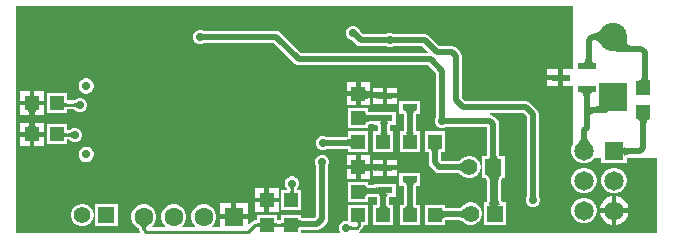
<source format=gbr>
G04*
G04 #@! TF.GenerationSoftware,Altium Limited,Altium Designer,24.2.2 (26)*
G04*
G04 Layer_Physical_Order=2*
G04 Layer_Color=16711680*
%FSLAX44Y44*%
%MOMM*%
G71*
G04*
G04 #@! TF.SameCoordinates,200C4C84-4450-49E8-9A81-A87B66CA8C1A*
G04*
G04*
G04 #@! TF.FilePolarity,Positive*
G04*
G01*
G75*
%ADD12C,0.2000*%
%ADD14C,0.2500*%
%ADD19R,1.2000X1.2000*%
%ADD22R,1.2000X1.2000*%
%ADD33R,1.3000X0.6000*%
%ADD60C,0.5000*%
%ADD62C,0.7000*%
%ADD63C,0.7000*%
%ADD64C,1.6500*%
%ADD65R,1.6500X1.6500*%
%ADD66R,1.3970X1.3970*%
%ADD67C,1.3970*%
%ADD68C,2.4000*%
%ADD69R,2.4000X2.4000*%
%ADD70C,1.6000*%
%ADD71R,1.6000X1.6000*%
%ADD72C,1.0000*%
%ADD73R,1.6000X0.6000*%
G36*
X499547Y163147D02*
X498874Y164009D01*
X498166Y164779D01*
X497422Y165459D01*
X496644Y166048D01*
X495831Y166547D01*
X494983Y166955D01*
X494100Y167272D01*
X493183Y167499D01*
X492230Y167635D01*
X491242Y167680D01*
Y172680D01*
X492230Y172725D01*
X493183Y172861D01*
X494100Y173088D01*
X494983Y173405D01*
X495831Y173813D01*
X496644Y174312D01*
X497422Y174901D01*
X498166Y175581D01*
X498874Y176352D01*
X499547Y177213D01*
Y163147D01*
D02*
G37*
G36*
X520780Y166468D02*
X520760Y165639D01*
X520882Y164908D01*
X521146Y164275D01*
X521552Y163738D01*
X522099Y163300D01*
X522788Y162959D01*
X523619Y162715D01*
X524592Y162569D01*
X525707Y162520D01*
X522855Y157520D01*
X509409Y158181D01*
X520942Y167394D01*
X520780Y166468D01*
D02*
G37*
G36*
X490838Y151896D02*
X490913Y151040D01*
X491038Y150286D01*
X491213Y149632D01*
X491438Y149079D01*
X491713Y148626D01*
X492038Y148274D01*
X492413Y148022D01*
X492838Y147871D01*
X493313Y147821D01*
X483313D01*
X483788Y147871D01*
X484213Y148022D01*
X484588Y148274D01*
X484913Y148626D01*
X485188Y149079D01*
X485413Y149632D01*
X485588Y150286D01*
X485713Y151040D01*
X485788Y151896D01*
X485813Y152851D01*
X490813D01*
X490838Y151896D01*
D02*
G37*
G36*
X538462Y136969D02*
X538528Y136119D01*
X538638Y135370D01*
X538792Y134719D01*
X538990Y134170D01*
X539232Y133720D01*
X539518Y133370D01*
X539848Y133119D01*
X540222Y132970D01*
X540639Y132920D01*
X530940Y132889D01*
X531415Y132941D01*
X531840Y133093D01*
X532215Y133345D01*
X532540Y133698D01*
X532815Y134151D01*
X533040Y134704D01*
X533215Y135357D01*
X533340Y136111D01*
X533415Y136965D01*
X533440Y137920D01*
X538440D01*
X538462Y136969D01*
D02*
G37*
G36*
X491267Y122893D02*
X490842Y122742D01*
X490467Y122490D01*
X490142Y122138D01*
X489867Y121685D01*
X489642Y121132D01*
X489467Y120478D01*
X489342Y119724D01*
X489267Y118868D01*
X489242Y117913D01*
X484242D01*
X484217Y118868D01*
X484142Y119724D01*
X484017Y120478D01*
X483842Y121132D01*
X483617Y121685D01*
X483342Y122138D01*
X483017Y122490D01*
X482642Y122742D01*
X482217Y122893D01*
X481742Y122943D01*
X491742D01*
X491267Y122893D01*
D02*
G37*
G36*
X497300Y107410D02*
X493312Y106110D01*
X494300Y105780D01*
X493350Y105730D01*
X492500Y105580D01*
X491750Y105330D01*
X491101Y104980D01*
X490550Y104530D01*
X490101Y103980D01*
X489751Y103330D01*
X489501Y102580D01*
X489351Y101730D01*
X489300Y100780D01*
X486800Y108280D01*
X492300Y106447D01*
Y110780D01*
X493254Y110805D01*
X494107Y110880D01*
X494861Y111005D01*
X495514Y111180D01*
X496067Y111405D01*
X496520Y111680D01*
X496873Y112005D01*
X497126Y112380D01*
X497278Y112805D01*
X497331Y113280D01*
X497300Y107410D01*
D02*
G37*
G36*
X539195Y99930D02*
X538770Y99781D01*
X538395Y99530D01*
X538070Y99180D01*
X537795Y98730D01*
X537570Y98181D01*
X537395Y97530D01*
X537270Y96781D01*
X537195Y95931D01*
X537170Y94980D01*
X532170D01*
X532145Y95931D01*
X532070Y96781D01*
X531945Y97530D01*
X531770Y98181D01*
X531545Y98730D01*
X531270Y99180D01*
X530945Y99530D01*
X530570Y99781D01*
X530145Y99930D01*
X529670Y99980D01*
X539670D01*
X539195Y99930D01*
D02*
G37*
G36*
X487043Y85735D02*
X487141Y85008D01*
X487305Y84291D01*
X487534Y83584D01*
X487829Y82887D01*
X488189Y82200D01*
X488615Y81523D01*
X489106Y80856D01*
X489663Y80199D01*
X490285Y79552D01*
X478735D01*
X479357Y80199D01*
X479914Y80856D01*
X480405Y81523D01*
X480831Y82200D01*
X481191Y82887D01*
X481486Y83584D01*
X481715Y84291D01*
X481879Y85008D01*
X481977Y85735D01*
X482010Y86472D01*
X487010D01*
X487043Y85735D01*
D02*
G37*
G36*
X518149Y77423D02*
X518300Y76998D01*
X518552Y76623D01*
X518904Y76298D01*
X519357Y76023D01*
X519910Y75798D01*
X520564Y75623D01*
X521319Y75498D01*
X522174Y75423D01*
X523130Y75398D01*
Y70398D01*
X522174Y70373D01*
X521319Y70298D01*
X520564Y70173D01*
X519910Y69998D01*
X519357Y69773D01*
X518904Y69498D01*
X518552Y69173D01*
X518300Y68798D01*
X518149Y68373D01*
X518099Y67898D01*
Y77898D01*
X518149Y77423D01*
D02*
G37*
G36*
X296395Y13086D02*
X296182Y13010D01*
X295994Y12883D01*
X295832Y12706D01*
X295695Y12478D01*
X295582Y12200D01*
X295494Y11871D01*
X295432Y11492D01*
X295394Y11061D01*
X295382Y10581D01*
X292882D01*
X292869Y11061D01*
X292832Y11492D01*
X292770Y11871D01*
X292682Y12200D01*
X292570Y12478D01*
X292432Y12706D01*
X292269Y12883D01*
X292082Y13010D01*
X291870Y13086D01*
X291632Y13111D01*
X296632D01*
X296395Y13086D01*
D02*
G37*
G36*
X230281Y8336D02*
X230256Y8573D01*
X230180Y8786D01*
X230053Y8974D01*
X229876Y9136D01*
X229648Y9273D01*
X229370Y9386D01*
X229041Y9474D01*
X228661Y9536D01*
X228231Y9574D01*
X227750Y9586D01*
Y12086D01*
X228231Y12098D01*
X228661Y12136D01*
X229041Y12198D01*
X229370Y12286D01*
X229648Y12399D01*
X229876Y12536D01*
X230053Y12699D01*
X230180Y12886D01*
X230256Y13098D01*
X230281Y13336D01*
Y8336D01*
D02*
G37*
G36*
X221864Y13098D02*
X221940Y12886D01*
X222067Y12699D01*
X222244Y12536D01*
X222472Y12399D01*
X222750Y12286D01*
X223079Y12198D01*
X223458Y12136D01*
X223889Y12098D01*
X224370Y12086D01*
Y9586D01*
X223889Y9574D01*
X223458Y9536D01*
X223079Y9474D01*
X222750Y9386D01*
X222472Y9273D01*
X222244Y9136D01*
X222067Y8974D01*
X221940Y8786D01*
X221864Y8573D01*
X221839Y8336D01*
Y13336D01*
X221864Y13098D01*
D02*
G37*
G36*
X209961Y8336D02*
X209936Y8573D01*
X209860Y8786D01*
X209733Y8974D01*
X209556Y9136D01*
X209328Y9273D01*
X209050Y9386D01*
X208721Y9474D01*
X208342Y9536D01*
X207911Y9574D01*
X207430Y9586D01*
Y12086D01*
X207911Y12098D01*
X208342Y12136D01*
X208721Y12198D01*
X209050Y12286D01*
X209328Y12399D01*
X209556Y12536D01*
X209733Y12699D01*
X209860Y12886D01*
X209936Y13098D01*
X209961Y13336D01*
Y8336D01*
D02*
G37*
G36*
X242239Y16197D02*
X242390Y15775D01*
X242640Y15402D01*
X242990Y15079D01*
X243440Y14805D01*
X243990Y14582D01*
X244639Y14408D01*
X245389Y14283D01*
X246239Y14209D01*
X247190Y14184D01*
Y9184D01*
X246235Y9159D01*
X245381Y9084D01*
X244627Y8959D01*
X243974Y8784D01*
X243421Y8559D01*
X242968Y8284D01*
X242615Y7959D01*
X242363Y7584D01*
X242211Y7159D01*
X242159Y6684D01*
X242190Y16669D01*
X242239Y16197D01*
D02*
G37*
G36*
X115055Y10187D02*
X114626Y9873D01*
X114247Y9529D01*
X113919Y9155D01*
X113641Y8751D01*
X113414Y8318D01*
X113237Y7856D01*
X113111Y7364D01*
X113035Y6842D01*
X113010Y6291D01*
X110510D01*
X110485Y6842D01*
X110409Y7364D01*
X110283Y7856D01*
X110106Y8318D01*
X109879Y8751D01*
X109601Y9155D01*
X109273Y9529D01*
X108894Y9873D01*
X108465Y10187D01*
X107985Y10473D01*
X115535D01*
X115055Y10187D01*
D02*
G37*
G36*
X285442Y10350D02*
X285693Y10146D01*
X285954Y9966D01*
X286225Y9810D01*
X286507Y9678D01*
X286799Y9570D01*
X287102Y9486D01*
X287414Y9426D01*
X287738Y9390D01*
X288071Y9378D01*
Y6878D01*
X287738Y6866D01*
X287414Y6830D01*
X287102Y6770D01*
X286799Y6686D01*
X286507Y6578D01*
X286225Y6446D01*
X285954Y6290D01*
X285693Y6110D01*
X285442Y5906D01*
X285201Y5678D01*
Y10578D01*
X285442Y10350D01*
D02*
G37*
G36*
X475234Y142382D02*
X466742D01*
Y135382D01*
Y128382D01*
X475234D01*
Y79093D01*
X474493Y77809D01*
X473760Y75075D01*
Y72245D01*
X474493Y69511D01*
X475234Y68226D01*
Y67310D01*
X475763D01*
X475908Y67059D01*
X477909Y65058D01*
X480361Y63643D01*
X483095Y62910D01*
X485925D01*
X488659Y63643D01*
X491111Y65058D01*
X493112Y67059D01*
X493257Y67310D01*
X499160D01*
Y62910D01*
X520660D01*
Y67310D01*
X546464D01*
Y3569D01*
X294118D01*
X293732Y4839D01*
X294609Y5424D01*
X296836Y7651D01*
X297664Y8891D01*
X297955Y10354D01*
Y10550D01*
X301870D01*
Y27550D01*
X284870D01*
Y14779D01*
X283895Y14128D01*
X281509D01*
X279303Y13215D01*
X277615Y11527D01*
X276702Y9322D01*
Y6934D01*
X277570Y4839D01*
X277117Y3569D01*
X244720D01*
Y6336D01*
X244787Y6363D01*
X245167Y6465D01*
X245701Y6553D01*
X246073Y6586D01*
X258691D01*
X260642Y6974D01*
X262296Y8079D01*
X266495Y12278D01*
X267600Y13932D01*
X267988Y15883D01*
Y60637D01*
X268890Y62814D01*
Y65202D01*
X267977Y67407D01*
X266289Y69095D01*
X264083Y70008D01*
X261696D01*
X259491Y69095D01*
X257803Y67407D01*
X256890Y65202D01*
Y62814D01*
X257792Y60637D01*
Y17995D01*
X256579Y16782D01*
X246076D01*
X245710Y16814D01*
X245179Y16902D01*
X244802Y17003D01*
X244720Y17036D01*
Y19200D01*
X242289D01*
X242197Y19218D01*
X242103Y19200D01*
X241968D01*
X241921Y19204D01*
X241907Y19200D01*
X227720D01*
Y14659D01*
X224400D01*
Y19336D01*
X207400D01*
Y14659D01*
X205654D01*
X204191Y14368D01*
X202950Y13540D01*
X201133Y11723D01*
X199960Y12208D01*
Y15526D01*
X187960D01*
X175960D01*
Y8649D01*
X170329D01*
X169803Y9919D01*
X170962Y11079D01*
X172344Y13473D01*
X173060Y16144D01*
Y18908D01*
X172344Y21579D01*
X170962Y23973D01*
X169007Y25928D01*
X166613Y27310D01*
X163942Y28026D01*
X161178D01*
X158507Y27310D01*
X156113Y25928D01*
X154158Y23973D01*
X152776Y21579D01*
X152060Y18908D01*
Y16144D01*
X152776Y13473D01*
X154158Y11079D01*
X155317Y9919D01*
X154791Y8649D01*
X144929D01*
X144403Y9919D01*
X145562Y11079D01*
X146944Y13473D01*
X147660Y16144D01*
Y18908D01*
X146944Y21579D01*
X145562Y23973D01*
X143607Y25928D01*
X141213Y27310D01*
X138542Y28026D01*
X135778D01*
X133107Y27310D01*
X130713Y25928D01*
X128758Y23973D01*
X127376Y21579D01*
X126660Y18908D01*
Y16144D01*
X127376Y13473D01*
X128758Y11079D01*
X129917Y9919D01*
X129391Y8649D01*
X119529D01*
X119003Y9919D01*
X120162Y11079D01*
X121544Y13473D01*
X122260Y16144D01*
Y18908D01*
X121544Y21579D01*
X120162Y23973D01*
X118207Y25928D01*
X115813Y27310D01*
X113142Y28026D01*
X110378D01*
X107707Y27310D01*
X105313Y25928D01*
X103358Y23973D01*
X101976Y21579D01*
X101260Y18908D01*
Y16144D01*
X101976Y13473D01*
X103358Y11079D01*
X105313Y9124D01*
X106523Y8425D01*
X106683Y8281D01*
X107057Y8059D01*
X107279Y7897D01*
X107452Y7739D01*
X107587Y7586D01*
X107693Y7432D01*
X107779Y7268D01*
X107850Y7082D01*
X107906Y6863D01*
X107936Y6652D01*
Y6291D01*
X108228Y4827D01*
X107541Y3569D01*
X3569D01*
Y196431D01*
X475234D01*
Y142382D01*
D02*
G37*
%LPC*%
G36*
X289991Y178974D02*
X287605D01*
X285399Y178061D01*
X283711Y176373D01*
X282798Y174167D01*
Y171780D01*
X283711Y169575D01*
X285399Y167887D01*
X287605Y166974D01*
X288130D01*
X291830Y163273D01*
X293484Y162168D01*
X295435Y161780D01*
X316415D01*
X318592Y160878D01*
X320979D01*
X323157Y161780D01*
X347646D01*
X352279Y157147D01*
X351793Y155974D01*
X245190D01*
X227633Y173531D01*
X225979Y174636D01*
X224028Y175024D01*
X162883D01*
X160706Y175926D01*
X158319D01*
X156113Y175013D01*
X154425Y173325D01*
X153512Y171119D01*
Y168732D01*
X154425Y166527D01*
X156113Y164839D01*
X158319Y163926D01*
X160706D01*
X162883Y164828D01*
X221916D01*
X239473Y147271D01*
X241127Y146166D01*
X243078Y145778D01*
X352472D01*
X359138Y139112D01*
Y102177D01*
X358236Y100000D01*
Y97612D01*
X359149Y95407D01*
X360837Y93719D01*
X363042Y92806D01*
X365429D01*
X367607Y93708D01*
X402572D01*
Y70527D01*
X402539Y70154D01*
X402451Y69618D01*
X402349Y69238D01*
X402323Y69175D01*
X398185D01*
Y50205D01*
X401024D01*
X401038Y50201D01*
X401405Y50162D01*
X401416Y50158D01*
X401426Y50151D01*
X401503Y50068D01*
X401648Y49831D01*
X401825Y49398D01*
X401996Y48763D01*
X402135Y47934D01*
X402188Y47334D01*
Y32467D01*
X402155Y32015D01*
X402038Y31145D01*
X401891Y30465D01*
X401735Y29991D01*
X401643Y29805D01*
X399455D01*
Y27372D01*
X399436Y27280D01*
X399455Y27186D01*
Y10835D01*
X418425D01*
Y29805D01*
X415331D01*
X415213Y29818D01*
X415201Y29822D01*
X415189Y29830D01*
X415110Y29915D01*
X414964Y30156D01*
X414786Y30593D01*
X414614Y31233D01*
X414476Y32067D01*
X414422Y32670D01*
Y47543D01*
X414455Y47995D01*
X414571Y48865D01*
X414719Y49545D01*
X414875Y50019D01*
X414967Y50205D01*
X417155D01*
Y52642D01*
X417174Y52736D01*
X417155Y52828D01*
Y69175D01*
X413017D01*
X412991Y69238D01*
X412889Y69618D01*
X412801Y70154D01*
X412768Y70527D01*
Y95877D01*
X412380Y97828D01*
X411275Y99482D01*
X408346Y102411D01*
X406692Y103516D01*
X404922Y103868D01*
X405047Y105138D01*
X433327D01*
X435846Y102619D01*
Y35121D01*
X434944Y32943D01*
Y30556D01*
X435857Y28351D01*
X437545Y26663D01*
X439751Y25750D01*
X442137D01*
X444343Y26663D01*
X446031Y28351D01*
X446944Y30556D01*
Y32943D01*
X446042Y35121D01*
Y104731D01*
X445654Y106682D01*
X444549Y108336D01*
X439044Y113841D01*
X437390Y114946D01*
X435439Y115334D01*
X383874D01*
X381018Y118190D01*
Y153789D01*
X380630Y155740D01*
X379525Y157394D01*
X376596Y160323D01*
X374942Y161428D01*
X372991Y161816D01*
X362030D01*
X353363Y170483D01*
X351709Y171588D01*
X349758Y171976D01*
X323157D01*
X320979Y172878D01*
X318592D01*
X316415Y171976D01*
X297547D01*
X294404Y175119D01*
X293885Y176373D01*
X292197Y178061D01*
X289991Y178974D01*
D02*
G37*
G36*
X462742Y142382D02*
X452742D01*
Y137382D01*
X462742D01*
Y142382D01*
D02*
G37*
G36*
Y133382D02*
X452742D01*
Y128382D01*
X462742D01*
Y133382D01*
D02*
G37*
G36*
X303370Y131870D02*
X295370D01*
Y123870D01*
X299314D01*
X299309Y125490D01*
X299361Y125015D01*
X299513Y124590D01*
X299765Y124215D01*
X300118Y123890D01*
X300151Y123870D01*
X303370D01*
Y131870D01*
D02*
G37*
G36*
X291370D02*
X283370D01*
Y123870D01*
X291370D01*
Y131870D01*
D02*
G37*
G36*
X326390Y126990D02*
X317890D01*
Y121990D01*
X326390D01*
Y126990D01*
D02*
G37*
G36*
X313890D02*
X305390D01*
Y122984D01*
X309421Y122959D01*
Y121990D01*
X313890D01*
Y126990D01*
D02*
G37*
G36*
X63866Y134660D02*
X62154D01*
X60501Y134217D01*
X59019Y133361D01*
X57809Y132151D01*
X56953Y130669D01*
X56510Y129016D01*
Y127304D01*
X56953Y125651D01*
X57809Y124169D01*
X59019Y122959D01*
X60501Y122103D01*
X62154Y121660D01*
X63866D01*
X65519Y122103D01*
X67001Y122959D01*
X68211Y124169D01*
X69067Y125651D01*
X69510Y127304D01*
Y129016D01*
X69067Y130669D01*
X68211Y132151D01*
X67001Y133361D01*
X65519Y134217D01*
X63866Y134660D01*
D02*
G37*
G36*
X313890Y117990D02*
X309421D01*
Y117021D01*
X309370Y117205D01*
X309221Y117369D01*
X308971Y117515D01*
X308620Y117641D01*
X308171Y117748D01*
X307621Y117835D01*
X306971Y117903D01*
X305390Y117979D01*
Y112990D01*
X313890D01*
Y117990D01*
D02*
G37*
G36*
X27050Y123970D02*
X19050D01*
Y115970D01*
X27050D01*
Y123970D01*
D02*
G37*
G36*
X15050D02*
X7050D01*
Y115970D01*
X15050D01*
Y123970D01*
D02*
G37*
G36*
X326390Y117990D02*
X317890D01*
Y112990D01*
X326390D01*
Y117990D01*
D02*
G37*
G36*
X299327Y119870D02*
X295370D01*
Y111870D01*
X303370D01*
Y117967D01*
X301789Y117802D01*
X301140Y117656D01*
X300590Y117468D01*
X300140Y117238D01*
X299790Y116966D01*
X299540Y116653D01*
X299389Y116298D01*
X299340Y115900D01*
X299327Y119870D01*
D02*
G37*
G36*
X291370D02*
X283370D01*
Y111870D01*
X291370D01*
Y119870D01*
D02*
G37*
G36*
X46550Y122470D02*
X29550D01*
Y105470D01*
X46550D01*
Y108445D01*
X52581D01*
X52676Y108426D01*
X52776Y108398D01*
X52869Y108364D01*
X52957Y108323D01*
X53046Y108272D01*
X53137Y108209D01*
X53234Y108130D01*
X53404Y107969D01*
X53588Y107853D01*
X54259Y107181D01*
X56465Y106268D01*
X58851D01*
X61057Y107181D01*
X62745Y108869D01*
X63658Y111074D01*
Y113462D01*
X62745Y115667D01*
X61057Y117355D01*
X58851Y118268D01*
X56465D01*
X54259Y117355D01*
X53588Y116683D01*
X53404Y116567D01*
X53234Y116406D01*
X53137Y116327D01*
X53046Y116264D01*
X52957Y116213D01*
X52869Y116172D01*
X52776Y116138D01*
X52676Y116110D01*
X52581Y116091D01*
X46550D01*
Y122470D01*
D02*
G37*
G36*
X27050Y111970D02*
X19050D01*
Y108031D01*
X22050D01*
X21575Y107981D01*
X21150Y107830D01*
X20775Y107578D01*
X20450Y107226D01*
X20175Y106773D01*
X19950Y106220D01*
X19775Y105566D01*
X19650Y104811D01*
X19576Y103970D01*
X27050D01*
Y111970D01*
D02*
G37*
G36*
X15050D02*
X7050D01*
Y103970D01*
X14524D01*
X14450Y104811D01*
X14325Y105566D01*
X14150Y106220D01*
X13925Y106773D01*
X13650Y107226D01*
X13325Y107578D01*
X12950Y107830D01*
X12525Y107981D01*
X12050Y108031D01*
X15050D01*
Y111970D01*
D02*
G37*
G36*
X27050Y97300D02*
X19576D01*
X19650Y96459D01*
X19775Y95704D01*
X19950Y95050D01*
X20175Y94497D01*
X20450Y94044D01*
X20775Y93692D01*
X21150Y93440D01*
X21575Y93289D01*
X22050Y93239D01*
X19050D01*
Y89300D01*
X27050D01*
Y97300D01*
D02*
G37*
G36*
X14524D02*
X7050D01*
Y89300D01*
X15050D01*
Y93239D01*
X12050D01*
X12525Y93289D01*
X12950Y93440D01*
X13325Y93692D01*
X13650Y94044D01*
X13925Y94497D01*
X14150Y95050D01*
X14325Y95704D01*
X14450Y96459D01*
X14524Y97300D01*
D02*
G37*
G36*
X301870Y89780D02*
X284870D01*
Y85739D01*
X284807Y85714D01*
X284427Y85612D01*
X283891Y85523D01*
X283519Y85491D01*
X265591D01*
X264338Y86010D01*
X261950D01*
X259745Y85097D01*
X258057Y83409D01*
X257144Y81203D01*
Y78816D01*
X258057Y76611D01*
X259745Y74923D01*
X261950Y74010D01*
X264338D01*
X266543Y74923D01*
X266914Y75295D01*
X283519D01*
X283891Y75262D01*
X284427Y75173D01*
X284807Y75072D01*
X284870Y75046D01*
Y72780D01*
X301870D01*
Y89780D01*
D02*
G37*
G36*
X46550Y95800D02*
X29550D01*
Y78800D01*
X46550D01*
Y83045D01*
X48009D01*
X48104Y83026D01*
X48204Y82998D01*
X48297Y82964D01*
X48385Y82923D01*
X48474Y82872D01*
X48565Y82809D01*
X48662Y82730D01*
X48832Y82569D01*
X49016Y82453D01*
X49687Y81781D01*
X51892Y80868D01*
X54279D01*
X56485Y81781D01*
X58173Y83469D01*
X59086Y85674D01*
Y88062D01*
X58173Y90267D01*
X56485Y91955D01*
X54279Y92868D01*
X51892D01*
X49687Y91955D01*
X49016Y91283D01*
X48832Y91167D01*
X48662Y91006D01*
X48565Y90927D01*
X48474Y90864D01*
X48385Y90813D01*
X48297Y90772D01*
X48204Y90738D01*
X48104Y90710D01*
X48009Y90691D01*
X46550D01*
Y95800D01*
D02*
G37*
G36*
X27050Y85300D02*
X19050D01*
Y77300D01*
X27050D01*
Y85300D01*
D02*
G37*
G36*
X15050D02*
X7050D01*
Y77300D01*
X15050D01*
Y85300D01*
D02*
G37*
G36*
X345890Y115990D02*
X327890D01*
Y104990D01*
X331643D01*
X331669Y104927D01*
X331771Y104547D01*
X331859Y104011D01*
X331892Y103638D01*
Y91131D01*
X331859Y90759D01*
X331771Y90223D01*
X331669Y89843D01*
X331643Y89780D01*
X328590D01*
Y72780D01*
X345590D01*
Y89780D01*
X342337D01*
X342311Y89843D01*
X342209Y90223D01*
X342121Y90759D01*
X342088Y91131D01*
Y103638D01*
X342121Y104011D01*
X342209Y104547D01*
X342311Y104927D01*
X342337Y104990D01*
X345890D01*
Y115990D01*
D02*
G37*
G36*
X301870Y109370D02*
X284870D01*
Y92370D01*
X301870D01*
Y95583D01*
X301933Y95609D01*
X302313Y95711D01*
X302849Y95799D01*
X303221Y95832D01*
X306890D01*
Y95490D01*
X309328D01*
X309421Y95471D01*
X310008Y94410D01*
X310032Y94138D01*
Y91131D01*
X309999Y90759D01*
X309911Y90223D01*
X309809Y89843D01*
X309783Y89780D01*
X305870D01*
Y72780D01*
X322870D01*
Y89780D01*
X320477D01*
X320451Y89843D01*
X320349Y90223D01*
X320261Y90759D01*
X320228Y91131D01*
Y94138D01*
X320261Y94511D01*
X320349Y95047D01*
X320451Y95427D01*
X320477Y95490D01*
X324890D01*
Y106490D01*
X309641D01*
X309595Y106503D01*
X309508Y106491D01*
X309421Y106509D01*
X309328Y106490D01*
X306890D01*
Y106098D01*
X305900Y106028D01*
X303221D01*
X302849Y106061D01*
X302313Y106149D01*
X301933Y106251D01*
X301870Y106277D01*
Y109370D01*
D02*
G37*
G36*
X63866Y76860D02*
X62154D01*
X60501Y76417D01*
X59019Y75561D01*
X57809Y74351D01*
X56953Y72869D01*
X56510Y71216D01*
Y69504D01*
X56953Y67851D01*
X57809Y66369D01*
X59019Y65159D01*
X60501Y64303D01*
X62154Y63860D01*
X63866D01*
X65519Y64303D01*
X67001Y65159D01*
X68211Y66369D01*
X69067Y67851D01*
X69510Y69504D01*
Y71216D01*
X69067Y72869D01*
X68211Y74351D01*
X67001Y75561D01*
X65519Y76417D01*
X63866Y76860D01*
D02*
G37*
G36*
X303370Y69640D02*
X295370D01*
Y61640D01*
X299309D01*
Y64335D01*
X299359Y63860D01*
X299510Y63435D01*
X299762Y63060D01*
X300114Y62735D01*
X300567Y62460D01*
X301120Y62235D01*
X301774Y62060D01*
X302528Y61935D01*
X303370Y61861D01*
Y69640D01*
D02*
G37*
G36*
X291370D02*
X283370D01*
Y61640D01*
X291370D01*
Y69640D01*
D02*
G37*
G36*
X326390Y66030D02*
X317890D01*
Y61030D01*
X326390D01*
Y66030D01*
D02*
G37*
G36*
X313890D02*
X305390D01*
Y61867D01*
X309421Y62000D01*
Y61030D01*
X313890D01*
Y66030D01*
D02*
G37*
G36*
Y57030D02*
X309421D01*
Y56061D01*
X309370Y56208D01*
X309221Y56339D01*
X308971Y56455D01*
X308620Y56556D01*
X308171Y56641D01*
X307621Y56711D01*
X306220Y56804D01*
X305390Y56818D01*
Y52030D01*
X313890D01*
Y57030D01*
D02*
G37*
G36*
X326390D02*
X317890D01*
Y52030D01*
X326390D01*
Y57030D01*
D02*
G37*
G36*
X366590Y89780D02*
X349590D01*
Y72780D01*
X352743D01*
X352769Y72717D01*
X352871Y72337D01*
X352959Y71801D01*
X352992Y71428D01*
Y63550D01*
X353380Y61599D01*
X354485Y59945D01*
X358345Y56085D01*
X359999Y54980D01*
X361950Y54592D01*
X377388D01*
X377568Y54572D01*
X377992Y54491D01*
X378394Y54380D01*
X378776Y54238D01*
X379145Y54066D01*
X379503Y53860D01*
X379854Y53619D01*
X380200Y53338D01*
X380608Y52951D01*
X380790Y52836D01*
X381526Y52100D01*
X383689Y50851D01*
X386101Y50205D01*
X388599D01*
X391011Y50851D01*
X393174Y52100D01*
X394940Y53866D01*
X396189Y56029D01*
X396835Y58441D01*
Y60939D01*
X396189Y63351D01*
X394940Y65514D01*
X393174Y67280D01*
X391011Y68529D01*
X388599Y69175D01*
X386101D01*
X383689Y68529D01*
X381526Y67280D01*
X380790Y66544D01*
X380608Y66429D01*
X380200Y66042D01*
X379854Y65761D01*
X379503Y65520D01*
X379145Y65314D01*
X378776Y65142D01*
X378394Y65001D01*
X377992Y64889D01*
X377568Y64808D01*
X377388Y64788D01*
X364062D01*
X363188Y65662D01*
Y71428D01*
X363221Y71801D01*
X363309Y72337D01*
X363411Y72717D01*
X363437Y72780D01*
X366590D01*
Y89780D01*
D02*
G37*
G36*
X299309Y57640D02*
X295370D01*
Y49640D01*
X303370D01*
Y56809D01*
X302528Y56735D01*
X301774Y56610D01*
X301120Y56435D01*
X300567Y56210D01*
X300114Y55935D01*
X299762Y55610D01*
X299510Y55235D01*
X299359Y54810D01*
X299309Y54335D01*
Y57640D01*
D02*
G37*
G36*
X291370D02*
X283370D01*
Y49640D01*
X291370D01*
Y57640D01*
D02*
G37*
G36*
X511325Y59010D02*
X508495D01*
X505761Y58277D01*
X503309Y56862D01*
X501308Y54861D01*
X499893Y52409D01*
X499160Y49675D01*
Y46845D01*
X499893Y44111D01*
X501308Y41659D01*
X503309Y39658D01*
X505761Y38243D01*
X508495Y37510D01*
X511325D01*
X514059Y38243D01*
X516511Y39658D01*
X518512Y41659D01*
X519927Y44111D01*
X520660Y46845D01*
Y49675D01*
X519927Y52409D01*
X518512Y54861D01*
X516511Y56862D01*
X514059Y58277D01*
X511325Y59010D01*
D02*
G37*
G36*
X485925D02*
X483095D01*
X480361Y58277D01*
X477909Y56862D01*
X475908Y54861D01*
X474493Y52409D01*
X473760Y49675D01*
Y46845D01*
X474493Y44111D01*
X475908Y41659D01*
X477909Y39658D01*
X480361Y38243D01*
X483095Y37510D01*
X485925D01*
X488659Y38243D01*
X491111Y39658D01*
X493112Y41659D01*
X494527Y44111D01*
X495260Y46845D01*
Y49675D01*
X494527Y52409D01*
X493112Y54861D01*
X491111Y56862D01*
X488659Y58277D01*
X485925Y59010D01*
D02*
G37*
G36*
X225900Y41836D02*
X217900D01*
Y33836D01*
X225900D01*
Y41836D01*
D02*
G37*
G36*
X213900D02*
X205900D01*
Y33836D01*
X213900D01*
Y41836D01*
D02*
G37*
G36*
X511910Y35006D02*
Y24860D01*
X522056D01*
X521325Y27588D01*
X519712Y30382D01*
X517432Y32662D01*
X514638Y34275D01*
X511910Y35006D01*
D02*
G37*
G36*
X507910D02*
X505182Y34275D01*
X502388Y32662D01*
X500108Y30382D01*
X498495Y27588D01*
X497764Y24860D01*
X507910D01*
Y35006D01*
D02*
G37*
G36*
X389869Y29805D02*
X387371D01*
X384959Y29159D01*
X382796Y27910D01*
X381352Y26466D01*
X381301Y26427D01*
X381204Y26317D01*
X381030Y26144D01*
X380993Y26080D01*
X380943Y26024D01*
X380650Y25745D01*
X380350Y25508D01*
X380040Y25307D01*
X379717Y25138D01*
X379375Y24999D01*
X379007Y24888D01*
X378607Y24806D01*
X378417Y24783D01*
X367942D01*
X367569Y24816D01*
X367033Y24904D01*
X366653Y25006D01*
X366590Y25032D01*
Y27550D01*
X349590D01*
Y10550D01*
X366590D01*
Y14338D01*
X366653Y14364D01*
X367033Y14466D01*
X367569Y14554D01*
X367942Y14587D01*
X378983D01*
X379143Y14571D01*
X379592Y14493D01*
X380026Y14384D01*
X380447Y14246D01*
X380858Y14076D01*
X381261Y13874D01*
X381660Y13638D01*
X382054Y13365D01*
X382510Y13003D01*
X382538Y12988D01*
X382796Y12730D01*
X384959Y11481D01*
X387371Y10835D01*
X389869D01*
X392281Y11481D01*
X394444Y12730D01*
X396210Y14496D01*
X397459Y16659D01*
X398105Y19071D01*
Y21569D01*
X397459Y23981D01*
X396210Y26144D01*
X394444Y27910D01*
X392281Y29159D01*
X389869Y29805D01*
D02*
G37*
G36*
X238430Y51720D02*
X236042D01*
X233837Y50807D01*
X232149Y49119D01*
X231236Y46913D01*
Y44527D01*
X232149Y42321D01*
X232821Y41650D01*
X232937Y41466D01*
X232760Y40611D01*
X232741Y40572D01*
X232664Y40461D01*
X232601Y40390D01*
X232550Y40344D01*
X232506Y40310D01*
X232433Y40266D01*
X232299Y40200D01*
X227720D01*
Y23200D01*
X244720D01*
Y40200D01*
X242173D01*
X242040Y40265D01*
X241966Y40311D01*
X241922Y40343D01*
X241871Y40391D01*
X241808Y40461D01*
X241731Y40571D01*
X241712Y40611D01*
X241535Y41466D01*
X241651Y41650D01*
X242323Y42321D01*
X243236Y44527D01*
Y46913D01*
X242323Y49119D01*
X240635Y50807D01*
X238430Y51720D01*
D02*
G37*
G36*
X225900Y29836D02*
X217900D01*
Y21836D01*
X225900D01*
Y29836D01*
D02*
G37*
G36*
X213900D02*
X205900D01*
Y21836D01*
X213900D01*
Y29836D01*
D02*
G37*
G36*
X199960Y29526D02*
X189960D01*
Y19526D01*
X199960D01*
Y29526D01*
D02*
G37*
G36*
X185960D02*
X175960D01*
Y19526D01*
X185960D01*
Y29526D01*
D02*
G37*
G36*
X485925Y33610D02*
X483095D01*
X480361Y32877D01*
X477909Y31462D01*
X475908Y29461D01*
X474493Y27009D01*
X473760Y24275D01*
Y21445D01*
X474493Y18711D01*
X475908Y16259D01*
X477909Y14258D01*
X480361Y12843D01*
X483095Y12110D01*
X485925D01*
X488659Y12843D01*
X491111Y14258D01*
X493112Y16259D01*
X494527Y18711D01*
X495260Y21445D01*
Y24275D01*
X494527Y27009D01*
X493112Y29461D01*
X491111Y31462D01*
X488659Y32877D01*
X485925Y33610D01*
D02*
G37*
G36*
X507910Y20860D02*
X497764D01*
X498495Y18132D01*
X500108Y15338D01*
X502388Y13058D01*
X505182Y11445D01*
X507910Y10714D01*
Y20860D01*
D02*
G37*
G36*
X522056D02*
X511910D01*
Y10714D01*
X514638Y11445D01*
X517432Y13058D01*
X519712Y15338D01*
X521325Y18132D01*
X522056Y20860D01*
D02*
G37*
G36*
X345890Y55030D02*
X327890D01*
Y44030D01*
X331643D01*
X331669Y43967D01*
X331771Y43587D01*
X331859Y43051D01*
X331892Y42678D01*
Y28902D01*
X331859Y28529D01*
X331771Y27993D01*
X331669Y27613D01*
X331643Y27550D01*
X328590D01*
Y10550D01*
X345590D01*
Y27550D01*
X342337D01*
X342311Y27613D01*
X342209Y27993D01*
X342121Y28529D01*
X342088Y28902D01*
Y42678D01*
X342121Y43051D01*
X342209Y43587D01*
X342311Y43967D01*
X342337Y44030D01*
X345890D01*
Y55030D01*
D02*
G37*
G36*
X301870Y47140D02*
X284870D01*
Y30140D01*
X301870D01*
Y34183D01*
X301933Y34209D01*
X302313Y34311D01*
X302849Y34399D01*
X303221Y34432D01*
X309060D01*
X309154Y34079D01*
X309241Y33545D01*
X309272Y33184D01*
Y28902D01*
X309239Y28529D01*
X309151Y27993D01*
X309049Y27613D01*
X309023Y27550D01*
X305870D01*
Y10550D01*
X322870D01*
Y27550D01*
X319717D01*
X319691Y27613D01*
X319589Y27993D01*
X319501Y28529D01*
X319468Y28902D01*
Y33177D01*
X319501Y33549D01*
X319589Y34083D01*
X319691Y34463D01*
X319718Y34530D01*
X324890D01*
Y45530D01*
X309513D01*
X309421Y45549D01*
X309328Y45530D01*
X306890D01*
Y44692D01*
X305896Y44628D01*
X303221D01*
X302849Y44661D01*
X302313Y44749D01*
X301933Y44851D01*
X301870Y44877D01*
Y47140D01*
D02*
G37*
G36*
X89495Y28535D02*
X70525D01*
Y9565D01*
X89495D01*
Y28535D01*
D02*
G37*
G36*
X60939D02*
X58441D01*
X56029Y27889D01*
X53866Y26640D01*
X52100Y24874D01*
X50851Y22711D01*
X50205Y20299D01*
Y17801D01*
X50851Y15389D01*
X52100Y13226D01*
X53866Y11460D01*
X56029Y10211D01*
X58441Y9565D01*
X60939D01*
X63351Y10211D01*
X65514Y11460D01*
X67280Y13226D01*
X68529Y15389D01*
X69175Y17801D01*
Y20299D01*
X68529Y22711D01*
X67280Y24874D01*
X65514Y26640D01*
X63351Y27889D01*
X60939Y28535D01*
D02*
G37*
%LPD*%
G36*
X410195Y70689D02*
X410270Y69833D01*
X410395Y69079D01*
X410570Y68425D01*
X410795Y67872D01*
X411070Y67419D01*
X411395Y67067D01*
X411770Y66815D01*
X412195Y66664D01*
X412670Y66614D01*
X402670D01*
X403145Y66664D01*
X403570Y66815D01*
X403945Y67067D01*
X404270Y67419D01*
X404545Y67872D01*
X404770Y68425D01*
X404945Y69079D01*
X405070Y69833D01*
X405145Y70689D01*
X405170Y71645D01*
X410170D01*
X410195Y70689D01*
D02*
G37*
G36*
X414089Y52666D02*
X413610Y52456D01*
X413187Y52105D01*
X412820Y51616D01*
X412510Y50985D01*
X412256Y50216D01*
X412059Y49306D01*
X411918Y48256D01*
X411833Y47066D01*
X411805Y45736D01*
X404805D01*
X404770Y47066D01*
X404665Y48256D01*
X404490Y49306D01*
X404245Y50216D01*
X403930Y50985D01*
X403545Y51616D01*
X403090Y52105D01*
X402565Y52456D01*
X401970Y52666D01*
X401305Y52736D01*
X414624D01*
X414089Y52666D01*
D02*
G37*
G36*
X411840Y32940D02*
X411945Y31746D01*
X412120Y30692D01*
X412365Y29779D01*
X412680Y29006D01*
X413065Y28373D01*
X413520Y27880D01*
X414045Y27528D01*
X414640Y27316D01*
X415305Y27244D01*
X401986Y27274D01*
X402521Y27345D01*
X403000Y27555D01*
X403423Y27905D01*
X403790Y28394D01*
X404100Y29025D01*
X404354Y29794D01*
X404551Y30705D01*
X404692Y31755D01*
X404777Y32945D01*
X404805Y34274D01*
X411805D01*
X411840Y32940D01*
D02*
G37*
G36*
X55159Y109818D02*
X54918Y110046D01*
X54667Y110250D01*
X54406Y110430D01*
X54135Y110586D01*
X53853Y110718D01*
X53561Y110826D01*
X53258Y110910D01*
X52945Y110970D01*
X52622Y111006D01*
X52289Y111018D01*
Y113518D01*
X52622Y113530D01*
X52945Y113566D01*
X53258Y113626D01*
X53561Y113710D01*
X53853Y113818D01*
X54135Y113950D01*
X54406Y114106D01*
X54667Y114286D01*
X54918Y114490D01*
X55159Y114718D01*
Y109818D01*
D02*
G37*
G36*
X44014Y114530D02*
X44090Y114318D01*
X44217Y114130D01*
X44394Y113968D01*
X44622Y113830D01*
X44900Y113718D01*
X45229Y113631D01*
X45609Y113568D01*
X46039Y113531D01*
X46519Y113518D01*
Y111018D01*
X46039Y111005D01*
X45609Y110968D01*
X45229Y110906D01*
X44900Y110818D01*
X44622Y110705D01*
X44394Y110568D01*
X44217Y110406D01*
X44090Y110218D01*
X44014Y110006D01*
X43989Y109768D01*
Y114768D01*
X44014Y114530D01*
D02*
G37*
G36*
X287431Y75393D02*
X287381Y75868D01*
X287230Y76293D01*
X286978Y76668D01*
X286626Y76993D01*
X286173Y77268D01*
X285620Y77493D01*
X284966Y77668D01*
X284212Y77793D01*
X283356Y77868D01*
X282400Y77893D01*
Y82893D01*
X283356Y82918D01*
X284212Y82993D01*
X284966Y83118D01*
X285620Y83293D01*
X286173Y83518D01*
X286626Y83793D01*
X286978Y84118D01*
X287230Y84493D01*
X287381Y84918D01*
X287431Y85393D01*
Y75393D01*
D02*
G37*
G36*
X50587Y84418D02*
X50346Y84646D01*
X50095Y84850D01*
X49834Y85030D01*
X49563Y85186D01*
X49281Y85318D01*
X48989Y85426D01*
X48686Y85510D01*
X48373Y85570D01*
X48050Y85606D01*
X47717Y85618D01*
Y88118D01*
X48050Y88130D01*
X48373Y88166D01*
X48686Y88226D01*
X48989Y88310D01*
X49281Y88418D01*
X49563Y88550D01*
X49834Y88706D01*
X50095Y88886D01*
X50346Y89090D01*
X50587Y89318D01*
Y84418D01*
D02*
G37*
G36*
X44014Y89130D02*
X44090Y88918D01*
X44217Y88730D01*
X44394Y88568D01*
X44622Y88431D01*
X44900Y88318D01*
X45229Y88230D01*
X45609Y88168D01*
X46039Y88131D01*
X46519Y88118D01*
Y85618D01*
X46039Y85605D01*
X45609Y85568D01*
X45229Y85506D01*
X44900Y85418D01*
X44622Y85306D01*
X44394Y85168D01*
X44217Y85006D01*
X44090Y84818D01*
X44014Y84606D01*
X43989Y84368D01*
Y89368D01*
X44014Y89130D01*
D02*
G37*
G36*
X341515Y107501D02*
X341090Y107350D01*
X340715Y107098D01*
X340390Y106746D01*
X340115Y106293D01*
X339890Y105740D01*
X339715Y105086D01*
X339590Y104332D01*
X339515Y103476D01*
X339490Y102521D01*
X334490D01*
X334465Y103476D01*
X334390Y104332D01*
X334265Y105086D01*
X334090Y105740D01*
X333865Y106293D01*
X333590Y106746D01*
X333265Y107098D01*
X332890Y107350D01*
X332465Y107501D01*
X331990Y107551D01*
X341990D01*
X341515Y107501D01*
D02*
G37*
G36*
X339515Y91294D02*
X339590Y90438D01*
X339715Y89684D01*
X339890Y89030D01*
X340115Y88477D01*
X340390Y88024D01*
X340715Y87672D01*
X341090Y87420D01*
X341515Y87269D01*
X341990Y87219D01*
X331990D01*
X332465Y87269D01*
X332890Y87420D01*
X333265Y87672D01*
X333590Y88024D01*
X333865Y88477D01*
X334090Y89030D01*
X334265Y89684D01*
X334390Y90438D01*
X334465Y91294D01*
X334490Y92249D01*
X339490D01*
X339515Y91294D01*
D02*
G37*
G36*
X309421Y98020D02*
X309370Y98098D01*
X309221Y98168D01*
X308971Y98229D01*
X308620Y98283D01*
X307621Y98364D01*
X305371Y98426D01*
X304421Y98430D01*
Y103430D01*
X305371Y103435D01*
X308971Y103689D01*
X309221Y103769D01*
X309370Y103859D01*
X309421Y103960D01*
Y98020D01*
D02*
G37*
G36*
X299359Y105455D02*
X299510Y105030D01*
X299762Y104655D01*
X300114Y104330D01*
X300567Y104055D01*
X301120Y103830D01*
X301774Y103655D01*
X302528Y103530D01*
X303384Y103455D01*
X304340Y103430D01*
Y98430D01*
X303384Y98405D01*
X302528Y98330D01*
X301774Y98205D01*
X301120Y98030D01*
X300567Y97805D01*
X300114Y97530D01*
X299762Y97205D01*
X299510Y96830D01*
X299359Y96405D01*
X299309Y95930D01*
Y105930D01*
X299359Y105455D01*
D02*
G37*
G36*
X319655Y98001D02*
X319230Y97850D01*
X318855Y97598D01*
X318530Y97246D01*
X318255Y96793D01*
X318030Y96240D01*
X317855Y95586D01*
X317730Y94831D01*
X317655Y93976D01*
X317630Y93020D01*
X312630D01*
X312605Y93976D01*
X312530Y94831D01*
X312405Y95586D01*
X312230Y96240D01*
X312005Y96793D01*
X311730Y97246D01*
X311405Y97598D01*
X311030Y97850D01*
X310605Y98001D01*
X310130Y98051D01*
X320130D01*
X319655Y98001D01*
D02*
G37*
G36*
X317655Y91294D02*
X317730Y90438D01*
X317855Y89684D01*
X318030Y89030D01*
X318255Y88477D01*
X318530Y88024D01*
X318855Y87672D01*
X319230Y87420D01*
X319655Y87269D01*
X320130Y87219D01*
X310130D01*
X310605Y87269D01*
X311030Y87420D01*
X311405Y87672D01*
X311730Y88024D01*
X312005Y88477D01*
X312230Y89030D01*
X312405Y89684D01*
X312530Y90438D01*
X312605Y91294D01*
X312630Y92249D01*
X317630D01*
X317655Y91294D01*
D02*
G37*
G36*
X362615Y75291D02*
X362190Y75140D01*
X361815Y74888D01*
X361490Y74536D01*
X361215Y74083D01*
X360990Y73530D01*
X360815Y72876D01*
X360690Y72122D01*
X360615Y71266D01*
X360590Y70311D01*
X355590D01*
X355565Y71266D01*
X355490Y72122D01*
X355365Y72876D01*
X355190Y73530D01*
X354965Y74083D01*
X354690Y74536D01*
X354365Y74888D01*
X353990Y75140D01*
X353565Y75291D01*
X353090Y75341D01*
X363090D01*
X362615Y75291D01*
D02*
G37*
G36*
X382362Y54801D02*
X381883Y55255D01*
X381383Y55661D01*
X380863Y56019D01*
X380322Y56330D01*
X379759Y56593D01*
X379176Y56808D01*
X378573Y56975D01*
X377948Y57094D01*
X377303Y57166D01*
X376637Y57190D01*
Y62190D01*
X377303Y62214D01*
X377948Y62286D01*
X378573Y62405D01*
X379176Y62572D01*
X379759Y62787D01*
X380322Y63050D01*
X380863Y63361D01*
X381383Y63719D01*
X381883Y64125D01*
X382362Y64580D01*
Y54801D01*
D02*
G37*
G36*
X384097Y14997D02*
X383574Y15413D01*
X383037Y15785D01*
X382484Y16113D01*
X381916Y16397D01*
X381332Y16638D01*
X380734Y16835D01*
X380120Y16988D01*
X379491Y17098D01*
X378847Y17163D01*
X378187Y17185D01*
X377698Y22185D01*
X378370Y22211D01*
X379015Y22287D01*
X379634Y22415D01*
X380225Y22593D01*
X380790Y22823D01*
X381327Y23103D01*
X381838Y23435D01*
X382322Y23818D01*
X382778Y24251D01*
X383208Y24736D01*
X384097Y14997D01*
D02*
G37*
G36*
X364079Y24210D02*
X364230Y23785D01*
X364482Y23410D01*
X364834Y23085D01*
X365287Y22810D01*
X365840Y22585D01*
X366494Y22410D01*
X367248Y22285D01*
X368104Y22210D01*
X369059Y22185D01*
Y17185D01*
X368104Y17160D01*
X367248Y17085D01*
X366494Y16960D01*
X365840Y16785D01*
X365287Y16560D01*
X364834Y16285D01*
X364482Y15960D01*
X364230Y15585D01*
X364079Y15160D01*
X364029Y14685D01*
Y24685D01*
X364079Y24210D01*
D02*
G37*
G36*
X239458Y42980D02*
X239254Y42729D01*
X239074Y42468D01*
X238918Y42197D01*
X238786Y41915D01*
X238678Y41623D01*
X238594Y41320D01*
X238534Y41007D01*
X238498Y40684D01*
X238486Y40351D01*
X235986D01*
X235974Y40684D01*
X235938Y41007D01*
X235878Y41320D01*
X235794Y41623D01*
X235686Y41915D01*
X235554Y42197D01*
X235398Y42468D01*
X235218Y42729D01*
X235014Y42980D01*
X234786Y43221D01*
X239686D01*
X239458Y42980D01*
D02*
G37*
G36*
X238498Y39689D02*
X238536Y39258D01*
X238598Y38879D01*
X238686Y38550D01*
X238799Y38272D01*
X238936Y38044D01*
X239098Y37867D01*
X239286Y37740D01*
X239499Y37664D01*
X239736Y37639D01*
X234736D01*
X234974Y37664D01*
X235186Y37740D01*
X235373Y37867D01*
X235536Y38044D01*
X235674Y38272D01*
X235786Y38550D01*
X235874Y38879D01*
X235936Y39258D01*
X235973Y39689D01*
X235986Y40170D01*
X238486D01*
X238498Y39689D01*
D02*
G37*
G36*
X341515Y46541D02*
X341090Y46390D01*
X340715Y46138D01*
X340390Y45786D01*
X340115Y45333D01*
X339890Y44780D01*
X339715Y44126D01*
X339590Y43372D01*
X339515Y42516D01*
X339490Y41561D01*
X334490D01*
X334465Y42516D01*
X334390Y43372D01*
X334265Y44126D01*
X334090Y44780D01*
X333865Y45333D01*
X333590Y45786D01*
X333265Y46138D01*
X332890Y46390D01*
X332465Y46541D01*
X331990Y46591D01*
X341990D01*
X341515Y46541D01*
D02*
G37*
G36*
X339515Y29064D02*
X339590Y28208D01*
X339715Y27454D01*
X339890Y26800D01*
X340115Y26247D01*
X340390Y25794D01*
X340715Y25442D01*
X341090Y25190D01*
X341515Y25039D01*
X341990Y24989D01*
X331990D01*
X332465Y25039D01*
X332890Y25190D01*
X333265Y25442D01*
X333590Y25794D01*
X333865Y26247D01*
X334090Y26800D01*
X334265Y27454D01*
X334390Y28208D01*
X334465Y29064D01*
X334490Y30020D01*
X339490D01*
X339515Y29064D01*
D02*
G37*
G36*
X309421Y37060D02*
X309370Y37055D01*
X309221Y37050D01*
X304421Y37030D01*
Y42030D01*
X305371Y42040D01*
X307621Y42185D01*
X308171Y42272D01*
X308620Y42379D01*
X308971Y42505D01*
X309221Y42650D01*
X309370Y42815D01*
X309421Y43000D01*
Y37060D01*
D02*
G37*
G36*
X299359Y44055D02*
X299510Y43630D01*
X299762Y43255D01*
X300114Y42930D01*
X300567Y42655D01*
X301120Y42430D01*
X301774Y42255D01*
X302528Y42130D01*
X303384Y42055D01*
X304340Y42030D01*
Y37030D01*
X303384Y37005D01*
X302528Y36930D01*
X301774Y36805D01*
X301120Y36630D01*
X300567Y36405D01*
X300114Y36130D01*
X299762Y35805D01*
X299510Y35430D01*
X299359Y35005D01*
X299309Y34530D01*
Y44530D01*
X299359Y44055D01*
D02*
G37*
G36*
X318895Y37039D02*
X318470Y36887D01*
X318095Y36635D01*
X317770Y36282D01*
X317495Y35830D01*
X317270Y35276D01*
X317095Y34623D01*
X316970Y33869D01*
X316895Y33015D01*
X316870Y32060D01*
X311870D01*
X311845Y33010D01*
X311772Y33860D01*
X311650Y34611D01*
X311478Y35261D01*
X311258Y35810D01*
X310988Y36260D01*
X310670Y36611D01*
X310302Y36860D01*
X309886Y37011D01*
X309421Y37060D01*
X319370Y37091D01*
X318895Y37039D01*
D02*
G37*
G36*
X316895Y29064D02*
X316970Y28208D01*
X317095Y27454D01*
X317270Y26800D01*
X317495Y26247D01*
X317770Y25794D01*
X318095Y25442D01*
X318470Y25190D01*
X318895Y25039D01*
X319370Y24989D01*
X309370D01*
X309845Y25039D01*
X310270Y25190D01*
X310645Y25442D01*
X310970Y25794D01*
X311245Y26247D01*
X311470Y26800D01*
X311645Y27454D01*
X311770Y28208D01*
X311845Y29064D01*
X311870Y30020D01*
X316870D01*
X316895Y29064D01*
D02*
G37*
D12*
X213360Y66040D02*
X215900Y63500D01*
X205925Y66030D02*
X213350D01*
X213360Y66040D01*
X215900Y31836D02*
Y63500D01*
D14*
X293370Y19050D02*
X294132Y18288D01*
Y10354D02*
Y18288D01*
X282702Y8128D02*
X291905D01*
X294132Y10354D01*
X215900Y10836D02*
X236084D01*
X236220Y10700D01*
X199644Y4826D02*
X205654Y10836D01*
X215900D01*
X111760Y6291D02*
Y17526D01*
Y6291D02*
X113224Y4826D01*
X199644D01*
X39752Y112268D02*
X57658D01*
X38050Y113970D02*
X39752Y112268D01*
X38482Y86868D02*
X53086D01*
X38050Y87300D02*
X38482Y86868D01*
X237236Y32716D02*
Y45720D01*
X236220Y31700D02*
X237236Y32716D01*
D19*
X293370Y19050D02*
D03*
Y81280D02*
D03*
X38050Y113970D02*
D03*
X17050D02*
D03*
X314370Y81280D02*
D03*
Y19050D02*
D03*
X358090D02*
D03*
X337090D02*
D03*
X358090Y81280D02*
D03*
X337090D02*
D03*
X38050Y87300D02*
D03*
X17050D02*
D03*
D22*
X293370Y121870D02*
D03*
Y100870D02*
D03*
Y38640D02*
D03*
Y59640D02*
D03*
X534670Y126950D02*
D03*
Y105950D02*
D03*
X215900Y10836D02*
D03*
Y31836D02*
D03*
X236220Y31700D02*
D03*
Y10700D02*
D03*
D33*
X336890Y110490D02*
D03*
X315890Y100990D02*
D03*
X315890Y119990D02*
D03*
X336890Y49530D02*
D03*
X315890Y40030D02*
D03*
X315890Y59030D02*
D03*
D60*
X440944Y31750D02*
Y104731D01*
X435439Y110236D02*
X440944Y104731D01*
X319786Y166878D02*
X349758D01*
X359918Y156718D01*
X372991D01*
X375920Y116078D02*
Y153789D01*
X372991Y156718D02*
X375920Y153789D01*
Y116078D02*
X381762Y110236D01*
X435439D01*
X263527Y80393D02*
X292483D01*
X293370Y81280D01*
X263144Y80010D02*
X263527Y80393D01*
X488313Y145382D02*
Y167251D01*
X486742Y108338D02*
Y125882D01*
Y144882D02*
X487813D01*
X488313Y145382D01*
X486742Y108338D02*
X486800Y108280D01*
X491242Y170180D02*
X509270D01*
X488313Y167251D02*
X491242Y170180D01*
X509910Y73660D02*
X510672Y72898D01*
X531741D01*
X534670Y75827D01*
Y105950D01*
X484510Y90694D02*
X486800Y92985D01*
Y108280D01*
X512340Y160020D02*
Y167110D01*
X509270Y170180D02*
X512340Y167110D01*
X534670Y126950D02*
X535940Y128220D01*
Y157091D01*
X533011Y160020D02*
X535940Y157091D01*
X512340Y160020D02*
X533011D01*
X484510Y73660D02*
Y90694D01*
X502831Y108280D02*
Y112941D01*
X509270Y119380D01*
X486800Y108280D02*
X502831D01*
X289339Y172974D02*
X295435Y166878D01*
X319786D01*
X288798Y172974D02*
X289339D01*
X404741Y98806D02*
X407670Y95877D01*
Y59690D02*
Y95877D01*
X364236Y98806D02*
X404741D01*
X243078Y150876D02*
X354584D01*
X159512Y169926D02*
X224028D01*
X243078Y150876D01*
X354584D02*
X364236Y141224D01*
Y98806D02*
Y141224D01*
X17050Y87300D02*
Y113970D01*
X262890Y15883D02*
Y64008D01*
X258691Y11684D02*
X262890Y15883D01*
X237204Y11684D02*
X258691D01*
X236220Y10700D02*
X237204Y11684D01*
X358090Y63550D02*
Y81280D01*
Y63550D02*
X361950Y59690D01*
X387350D01*
X315570Y100930D02*
X315630Y100990D01*
X315130Y100490D02*
X315570Y100930D01*
X293430D02*
X315570D01*
X315630Y100990D02*
X315890D01*
X315130Y82040D02*
Y100490D01*
X314370Y81280D02*
X315130Y82040D01*
X293370Y100870D02*
X293430Y100930D01*
X294750Y120490D02*
X315390D01*
X315890Y119990D01*
X293370Y121870D02*
X294750Y120490D01*
X336990Y81380D02*
X337090Y81280D01*
X336990Y81380D02*
Y110390D01*
X336890Y110490D02*
X336990Y110390D01*
X314370Y19050D02*
Y39530D01*
X294260D02*
X314370D01*
X315390D01*
X315585Y59335D02*
X315890Y59030D01*
X293675Y59335D02*
X315585D01*
X293370Y59640D02*
X293675Y59335D01*
X293370Y38640D02*
X294260Y39530D01*
X315390D02*
X315890Y40030D01*
X336990Y19150D02*
X337090Y19050D01*
X336990Y19150D02*
Y49430D01*
X336890Y49530D02*
X336990Y49430D01*
X358725Y19685D02*
X387985D01*
X388620Y20320D01*
X358090Y19050D02*
X358725Y19685D01*
D62*
X408305Y20955D02*
Y59055D01*
Y20955D02*
X408940Y20320D01*
X407670Y59690D02*
X408305Y59055D01*
D63*
X63010Y70360D02*
D03*
X63010Y128160D02*
D03*
X440944Y31750D02*
D03*
X282702Y8128D02*
D03*
X263144Y80010D02*
D03*
X250190Y179832D02*
D03*
X259588D02*
D03*
Y189738D02*
D03*
X250190D02*
D03*
X288798Y172974D02*
D03*
X177292Y90170D02*
D03*
Y101092D02*
D03*
X205925Y66030D02*
D03*
X159512Y169926D02*
D03*
X364236Y98806D02*
D03*
X319786Y166878D02*
D03*
X57658Y112268D02*
D03*
X53086Y86868D02*
D03*
X237236Y45720D02*
D03*
X262890Y64008D02*
D03*
D64*
X509910Y48260D02*
D03*
X484510Y22860D02*
D03*
Y48260D02*
D03*
Y73660D02*
D03*
X509910Y22860D02*
D03*
D65*
Y73660D02*
D03*
D66*
X407670Y59690D02*
D03*
X80010Y19050D02*
D03*
X408940Y20320D02*
D03*
D67*
X387350Y59690D02*
D03*
X59690Y19050D02*
D03*
X388620Y20320D02*
D03*
D68*
X509270Y170180D02*
D03*
D69*
Y119380D02*
D03*
D70*
X162560Y17526D02*
D03*
X137160D02*
D03*
X111760D02*
D03*
D71*
X187960D02*
D03*
D72*
X531311Y50981D02*
D03*
Y10981D02*
D03*
X411311Y170981D02*
D03*
Y150981D02*
D03*
X391311Y170981D02*
D03*
Y150981D02*
D03*
X371311Y170981D02*
D03*
Y70981D02*
D03*
X351311Y50981D02*
D03*
X271311Y130981D02*
D03*
X251311D02*
D03*
X211311Y90981D02*
D03*
X151311Y130981D02*
D03*
X131311D02*
D03*
Y110981D02*
D03*
X111311D02*
D03*
D73*
X486742Y144882D02*
D03*
Y125882D02*
D03*
X464742Y135382D02*
D03*
M02*

</source>
